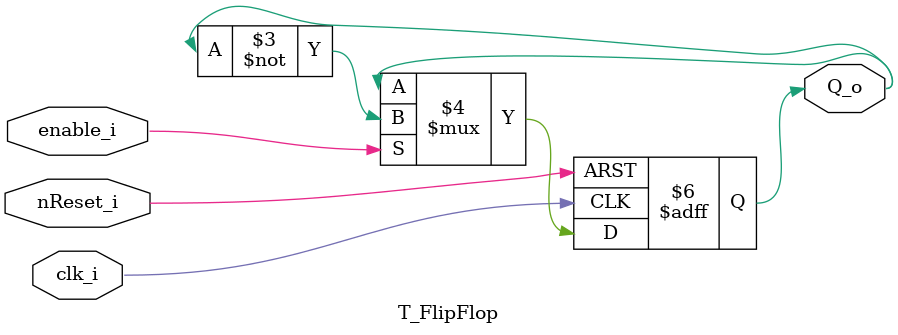
<source format=v>

module T_FlipFlop (
  input      clk_i,     // positive edge triggered clock
  input      nReset_i,  // active low asynchronous reset
  input      enable_i,  // active high enable
  output reg Q_o);

  always @(posedge clk_i, negedge nReset_i)
    if (~nReset_i)
      Q_o <= 1'b0;
    else if (enable_i)
      Q_o <= ~Q_o;

endmodule

</source>
